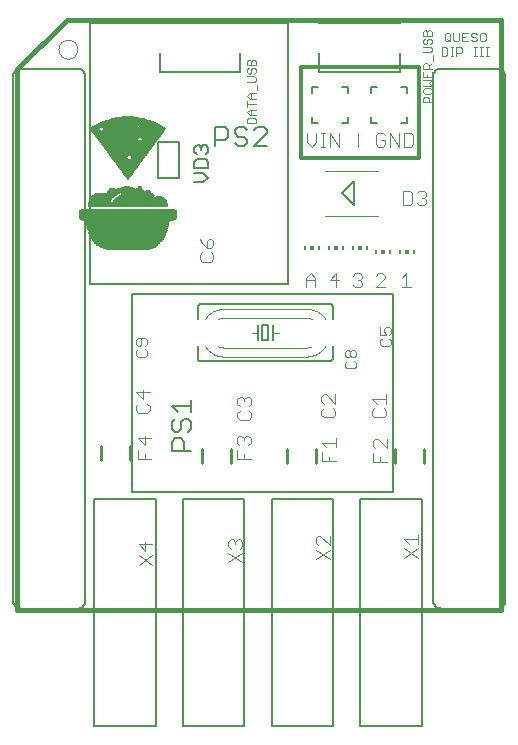
<source format=gto>
G75*
%MOIN*%
%OFA0B0*%
%FSLAX24Y24*%
%IPPOS*%
%LPD*%
%AMOC8*
5,1,8,0,0,1.08239X$1,22.5*
%
%ADD10C,0.0160*%
%ADD11C,0.0040*%
%ADD12C,0.0120*%
%ADD13C,0.0060*%
%ADD14C,0.0000*%
%ADD15C,0.0050*%
%ADD16C,0.0100*%
%ADD17C,0.0030*%
%ADD18R,0.0059X0.0118*%
%ADD19R,0.0118X0.0118*%
%ADD20C,0.0020*%
%ADD21C,0.0080*%
%ADD22R,0.1455X0.0013*%
%ADD23R,0.1573X0.0013*%
%ADD24R,0.1665X0.0013*%
%ADD25R,0.1731X0.0013*%
%ADD26R,0.1796X0.0013*%
%ADD27R,0.1849X0.0013*%
%ADD28R,0.1888X0.0013*%
%ADD29R,0.1927X0.0013*%
%ADD30R,0.1967X0.0013*%
%ADD31R,0.2006X0.0013*%
%ADD32R,0.2045X0.0013*%
%ADD33R,0.2071X0.0013*%
%ADD34R,0.2098X0.0013*%
%ADD35R,0.2137X0.0013*%
%ADD36R,0.2150X0.0013*%
%ADD37R,0.2176X0.0013*%
%ADD38R,0.2203X0.0013*%
%ADD39R,0.2229X0.0013*%
%ADD40R,0.2242X0.0013*%
%ADD41R,0.2268X0.0013*%
%ADD42R,0.2281X0.0013*%
%ADD43R,0.2307X0.0013*%
%ADD44R,0.2321X0.0013*%
%ADD45R,0.2334X0.0013*%
%ADD46R,0.2360X0.0013*%
%ADD47R,0.2373X0.0013*%
%ADD48R,0.2386X0.0013*%
%ADD49R,0.2399X0.0013*%
%ADD50R,0.2412X0.0013*%
%ADD51R,0.2439X0.0013*%
%ADD52R,0.2452X0.0013*%
%ADD53R,0.2465X0.0013*%
%ADD54R,0.2478X0.0013*%
%ADD55R,0.2491X0.0013*%
%ADD56R,0.2504X0.0013*%
%ADD57R,0.2517X0.0013*%
%ADD58R,0.2530X0.0013*%
%ADD59R,0.2543X0.0013*%
%ADD60R,0.2556X0.0013*%
%ADD61R,0.2570X0.0013*%
%ADD62R,0.2583X0.0013*%
%ADD63R,0.2596X0.0013*%
%ADD64R,0.2609X0.0013*%
%ADD65R,0.2622X0.0013*%
%ADD66R,0.2635X0.0013*%
%ADD67R,0.2648X0.0013*%
%ADD68R,0.2661X0.0013*%
%ADD69R,0.2674X0.0013*%
%ADD70R,0.2688X0.0013*%
%ADD71R,0.2701X0.0013*%
%ADD72R,0.2714X0.0013*%
%ADD73R,0.2727X0.0013*%
%ADD74R,0.2740X0.0013*%
%ADD75R,0.2753X0.0013*%
%ADD76R,0.2766X0.0013*%
%ADD77R,0.2779X0.0013*%
%ADD78R,0.2792X0.0013*%
%ADD79R,0.2806X0.0013*%
%ADD80R,0.3081X0.0013*%
%ADD81R,0.3146X0.0013*%
%ADD82R,0.3186X0.0013*%
%ADD83R,0.3225X0.0013*%
%ADD84R,0.3251X0.0013*%
%ADD85R,0.3264X0.0013*%
%ADD86R,0.3278X0.0013*%
%ADD87R,0.3238X0.0013*%
%ADD88R,0.3199X0.0013*%
%ADD89R,0.3160X0.0013*%
%ADD90R,0.3107X0.0013*%
%ADD91R,0.0774X0.0013*%
%ADD92R,0.0760X0.0013*%
%ADD93R,0.1822X0.0013*%
%ADD94R,0.0747X0.0013*%
%ADD95R,0.0734X0.0013*%
%ADD96R,0.1783X0.0013*%
%ADD97R,0.1770X0.0013*%
%ADD98R,0.1757X0.0013*%
%ADD99R,0.1704X0.0013*%
%ADD100R,0.1678X0.0013*%
%ADD101R,0.1639X0.0013*%
%ADD102R,0.1613X0.0013*%
%ADD103R,0.1586X0.0013*%
%ADD104R,0.1560X0.0013*%
%ADD105R,0.1508X0.0013*%
%ADD106R,0.1232X0.0013*%
%ADD107R,0.0184X0.0013*%
%ADD108R,0.1193X0.0013*%
%ADD109R,0.1180X0.0013*%
%ADD110R,0.1141X0.0013*%
%ADD111R,0.1101X0.0013*%
%ADD112R,0.1075X0.0013*%
%ADD113R,0.1036X0.0013*%
%ADD114R,0.1023X0.0013*%
%ADD115R,0.1009X0.0013*%
%ADD116R,0.0249X0.0013*%
%ADD117R,0.0446X0.0013*%
%ADD118R,0.1495X0.0013*%
%ADD119R,0.1481X0.0013*%
%ADD120R,0.1468X0.0013*%
%ADD121R,0.1442X0.0013*%
%ADD122R,0.1206X0.0013*%
%ADD123R,0.0197X0.0013*%
%ADD124R,0.0118X0.0013*%
%ADD125R,0.0052X0.0013*%
%ADD126R,0.1154X0.0013*%
%ADD127R,0.0210X0.0013*%
%ADD128R,0.0616X0.0013*%
%ADD129R,0.0144X0.0013*%
%ADD130R,0.0564X0.0013*%
%ADD131R,0.0026X0.0013*%
%ADD132R,0.0498X0.0013*%
%ADD133R,0.0170X0.0013*%
%ADD134R,0.0420X0.0013*%
%ADD135R,0.0341X0.0013*%
%ADD136R,0.0105X0.0013*%
%ADD137R,0.0066X0.0013*%
%ADD138R,0.0039X0.0013*%
%ADD139R,0.0013X0.0013*%
%ADD140R,0.0092X0.0013*%
%ADD141R,0.0223X0.0013*%
%ADD142R,0.0275X0.0013*%
%ADD143R,0.0302X0.0013*%
%ADD144R,0.0328X0.0013*%
%ADD145R,0.0354X0.0013*%
%ADD146R,0.0367X0.0013*%
%ADD147R,0.0380X0.0013*%
%ADD148R,0.0406X0.0013*%
%ADD149R,0.0433X0.0013*%
%ADD150R,0.0459X0.0013*%
%ADD151R,0.0485X0.0013*%
%ADD152R,0.0511X0.0013*%
%ADD153R,0.0538X0.0013*%
%ADD154R,0.0590X0.0013*%
%ADD155R,0.0642X0.0013*%
%ADD156R,0.0669X0.0013*%
%ADD157R,0.0695X0.0013*%
%ADD158R,0.0721X0.0013*%
%ADD159R,0.0800X0.0013*%
%ADD160R,0.0813X0.0013*%
%ADD161R,0.0826X0.0013*%
%ADD162R,0.0852X0.0013*%
%ADD163R,0.0878X0.0013*%
%ADD164R,0.0891X0.0013*%
%ADD165R,0.0905X0.0013*%
%ADD166R,0.0931X0.0013*%
%ADD167R,0.0957X0.0013*%
%ADD168R,0.0970X0.0013*%
%ADD169R,0.0983X0.0013*%
%ADD170R,0.0551X0.0013*%
%ADD171R,0.0524X0.0013*%
%ADD172R,0.0472X0.0013*%
%ADD173R,0.0629X0.0013*%
%ADD174R,0.1219X0.0013*%
%ADD175R,0.1245X0.0013*%
%ADD176R,0.1259X0.0013*%
%ADD177R,0.1272X0.0013*%
%ADD178R,0.1298X0.0013*%
%ADD179R,0.1324X0.0013*%
%ADD180R,0.1337X0.0013*%
%ADD181R,0.1350X0.0013*%
%ADD182R,0.1377X0.0013*%
%ADD183R,0.1403X0.0013*%
%ADD184R,0.1416X0.0013*%
%ADD185R,0.1429X0.0013*%
%ADD186R,0.1534X0.0013*%
%ADD187R,0.1547X0.0013*%
%ADD188R,0.1626X0.0013*%
%ADD189R,0.1652X0.0013*%
%ADD190R,0.1691X0.0013*%
%ADD191R,0.1744X0.0013*%
%ADD192R,0.1809X0.0013*%
%ADD193R,0.1862X0.0013*%
%ADD194R,0.1901X0.0013*%
%ADD195R,0.1940X0.0013*%
%ADD196R,0.1363X0.0013*%
%ADD197R,0.0577X0.0013*%
%ADD198R,0.0603X0.0013*%
%ADD199R,0.2111X0.0013*%
%ADD200R,0.2189X0.0013*%
%ADD201R,0.2216X0.0013*%
%ADD202R,0.2255X0.0013*%
%ADD203R,0.2294X0.0013*%
%ADD204R,0.1521X0.0013*%
%ADD205R,0.0839X0.0013*%
%ADD206R,0.2425X0.0013*%
%ADD207R,0.0315X0.0013*%
%ADD208R,0.2085X0.0013*%
%ADD209R,0.0787X0.0013*%
%ADD210R,0.2163X0.0013*%
%ADD211R,0.2124X0.0013*%
%ADD212R,0.2019X0.0013*%
%ADD213R,0.1953X0.0013*%
%ADD214R,0.1717X0.0013*%
%ADD215R,0.1599X0.0013*%
%ADD216R,0.1114X0.0013*%
D10*
X002254Y004003D02*
X018396Y004003D01*
X018396Y023688D01*
X003907Y023688D01*
X002254Y022034D01*
X002254Y004003D01*
X004419Y004003D02*
X016230Y004003D01*
D11*
X015620Y005755D02*
X015159Y006062D01*
X015313Y006216D02*
X015159Y006369D01*
X015620Y006369D01*
X015620Y006216D02*
X015620Y006523D01*
X015620Y006062D02*
X015159Y005755D01*
X014576Y008945D02*
X014116Y008945D01*
X014116Y009252D01*
X014192Y009406D02*
X014116Y009483D01*
X014116Y009636D01*
X014192Y009713D01*
X014269Y009713D01*
X014576Y009406D01*
X014576Y009713D01*
X014346Y009099D02*
X014346Y008945D01*
X014470Y010427D02*
X014163Y010427D01*
X014086Y010504D01*
X014086Y010657D01*
X014163Y010734D01*
X014240Y010887D02*
X014086Y011041D01*
X014547Y011041D01*
X014547Y011194D02*
X014547Y010887D01*
X014470Y010734D02*
X014547Y010657D01*
X014547Y010504D01*
X014470Y010427D01*
X012872Y009734D02*
X012872Y009428D01*
X012872Y009581D02*
X012412Y009581D01*
X012565Y009428D01*
X012412Y009274D02*
X012412Y008967D01*
X012872Y008967D01*
X012642Y008967D02*
X012642Y009121D01*
X012777Y010427D02*
X012470Y010427D01*
X012393Y010504D01*
X012393Y010657D01*
X012470Y010734D01*
X012470Y010887D02*
X012393Y010964D01*
X012393Y011118D01*
X012470Y011194D01*
X012547Y011194D01*
X012854Y010887D01*
X012854Y011194D01*
X012777Y010734D02*
X012854Y010657D01*
X012854Y010504D01*
X012777Y010427D01*
X010059Y010425D02*
X010059Y010578D01*
X009982Y010655D01*
X009982Y010809D02*
X010059Y010885D01*
X010059Y011039D01*
X009982Y011116D01*
X009905Y011116D01*
X009828Y011039D01*
X009828Y010962D01*
X009828Y011039D02*
X009752Y011116D01*
X009675Y011116D01*
X009598Y011039D01*
X009598Y010885D01*
X009675Y010809D01*
X009675Y010655D02*
X009598Y010578D01*
X009598Y010425D01*
X009675Y010348D01*
X009982Y010348D01*
X010059Y010425D01*
X009961Y009813D02*
X009884Y009813D01*
X009807Y009736D01*
X009807Y009660D01*
X009807Y009736D02*
X009730Y009813D01*
X009654Y009813D01*
X009577Y009736D01*
X009577Y009583D01*
X009654Y009506D01*
X009577Y009353D02*
X009577Y009046D01*
X010037Y009046D01*
X009807Y009046D02*
X009807Y009199D01*
X009961Y009506D02*
X010037Y009583D01*
X010037Y009736D01*
X009961Y009813D01*
X009677Y006365D02*
X009753Y006288D01*
X009753Y006135D01*
X009677Y006058D01*
X009753Y005905D02*
X009293Y005598D01*
X009293Y005905D02*
X009753Y005598D01*
X009370Y006058D02*
X009293Y006135D01*
X009293Y006288D01*
X009370Y006365D01*
X009447Y006365D01*
X009523Y006288D01*
X009600Y006365D01*
X009677Y006365D01*
X009523Y006288D02*
X009523Y006212D01*
X012206Y006253D02*
X012283Y006176D01*
X012206Y006253D02*
X012206Y006406D01*
X012283Y006483D01*
X012360Y006483D01*
X012667Y006176D01*
X012667Y006483D01*
X012667Y006023D02*
X012206Y005716D01*
X012206Y006023D02*
X012667Y005716D01*
X006761Y005826D02*
X006301Y005519D01*
X006301Y005826D02*
X006761Y005519D01*
X006531Y005979D02*
X006531Y006286D01*
X006301Y006210D02*
X006531Y005979D01*
X006761Y006210D02*
X006301Y006210D01*
X006270Y009046D02*
X006270Y009353D01*
X006500Y009506D02*
X006500Y009813D01*
X006270Y009736D02*
X006500Y009506D01*
X006730Y009736D02*
X006270Y009736D01*
X006500Y009199D02*
X006500Y009046D01*
X006730Y009046D02*
X006270Y009046D01*
X006289Y010584D02*
X006596Y010584D01*
X006673Y010661D01*
X006673Y010815D01*
X006596Y010891D01*
X006443Y011045D02*
X006443Y011352D01*
X006673Y011275D02*
X006212Y011275D01*
X006443Y011045D01*
X006289Y010891D02*
X006212Y010815D01*
X006212Y010661D01*
X006289Y010584D01*
X008415Y015624D02*
X008338Y015701D01*
X008338Y015854D01*
X008415Y015931D01*
X008569Y016084D02*
X008569Y016314D01*
X008645Y016391D01*
X008722Y016391D01*
X008799Y016314D01*
X008799Y016161D01*
X008722Y016084D01*
X008569Y016084D01*
X008415Y016238D01*
X008338Y016391D01*
X008722Y015931D02*
X008799Y015854D01*
X008799Y015701D01*
X008722Y015624D01*
X008415Y015624D01*
X011880Y015078D02*
X011880Y014771D01*
X011880Y015001D02*
X012187Y015001D01*
X012187Y015078D02*
X012034Y015231D01*
X011880Y015078D01*
X012187Y015078D02*
X012187Y014771D01*
X012668Y015001D02*
X012974Y015001D01*
X012898Y014771D02*
X012898Y015231D01*
X012668Y015001D01*
X013455Y014848D02*
X013532Y014771D01*
X013685Y014771D01*
X013762Y014848D01*
X013762Y014924D01*
X013685Y015001D01*
X013608Y015001D01*
X013685Y015001D02*
X013762Y015078D01*
X013762Y015155D01*
X013685Y015231D01*
X013532Y015231D01*
X013455Y015155D01*
X014203Y015155D02*
X014280Y015231D01*
X014433Y015231D01*
X014510Y015155D01*
X014510Y015078D01*
X014203Y014771D01*
X014510Y014771D01*
X015069Y014771D02*
X015376Y014771D01*
X015223Y014771D02*
X015223Y015231D01*
X015069Y015078D01*
X014286Y017151D02*
X012506Y017151D01*
X012506Y018651D02*
X014286Y018651D01*
X014298Y019456D02*
X014452Y019456D01*
X014528Y019533D01*
X014528Y019686D01*
X014375Y019686D01*
X014221Y019533D02*
X014298Y019456D01*
X014221Y019533D02*
X014221Y019840D01*
X014298Y019916D01*
X014452Y019916D01*
X014528Y019840D01*
X014682Y019916D02*
X014682Y019456D01*
X014989Y019456D02*
X014682Y019916D01*
X014989Y019916D02*
X014989Y019456D01*
X015142Y019456D02*
X015372Y019456D01*
X015449Y019533D01*
X015449Y019840D01*
X015372Y019916D01*
X015142Y019916D01*
X015142Y019456D01*
X015125Y017971D02*
X015355Y017971D01*
X015432Y017894D01*
X015432Y017587D01*
X015355Y017511D01*
X015125Y017511D01*
X015125Y017971D01*
X015585Y017894D02*
X015662Y017971D01*
X015815Y017971D01*
X015892Y017894D01*
X015892Y017818D01*
X015815Y017741D01*
X015892Y017664D01*
X015892Y017587D01*
X015815Y017511D01*
X015662Y017511D01*
X015585Y017587D01*
X015738Y017741D02*
X015815Y017741D01*
X013608Y019456D02*
X013608Y019916D01*
X012994Y019916D02*
X012994Y019456D01*
X012687Y019916D01*
X012687Y019456D01*
X012533Y019456D02*
X012380Y019456D01*
X012457Y019456D02*
X012457Y019916D01*
X012533Y019916D02*
X012380Y019916D01*
X012226Y019916D02*
X012226Y019609D01*
X012073Y019456D01*
X011919Y019609D01*
X011919Y019916D01*
X016406Y022479D02*
X016546Y022479D01*
X016593Y022526D01*
X016593Y022712D01*
X016546Y022759D01*
X016406Y022759D01*
X016406Y022479D01*
X016701Y022479D02*
X016794Y022479D01*
X016747Y022479D02*
X016747Y022759D01*
X016701Y022759D02*
X016794Y022759D01*
X016897Y022759D02*
X017037Y022759D01*
X017084Y022712D01*
X017084Y022619D01*
X017037Y022572D01*
X016897Y022572D01*
X016897Y022479D02*
X016897Y022759D01*
X016939Y022959D02*
X016986Y023006D01*
X016986Y023239D01*
X017094Y023239D02*
X017094Y022959D01*
X017280Y022959D01*
X017388Y023006D02*
X017435Y022959D01*
X017528Y022959D01*
X017575Y023006D01*
X017575Y023052D01*
X017528Y023099D01*
X017435Y023099D01*
X017388Y023146D01*
X017388Y023192D01*
X017435Y023239D01*
X017528Y023239D01*
X017575Y023192D01*
X017683Y023192D02*
X017683Y023006D01*
X017730Y022959D01*
X017823Y022959D01*
X017870Y023006D01*
X017870Y023192D01*
X017823Y023239D01*
X017730Y023239D01*
X017683Y023192D01*
X017280Y023239D02*
X017094Y023239D01*
X017094Y023099D02*
X017187Y023099D01*
X016939Y022959D02*
X016846Y022959D01*
X016799Y023006D01*
X016799Y023239D01*
X016691Y023192D02*
X016691Y023006D01*
X016644Y022959D01*
X016551Y022959D01*
X016504Y023006D01*
X016504Y023192D01*
X016551Y023239D01*
X016644Y023239D01*
X016691Y023192D01*
X016598Y023052D02*
X016691Y022959D01*
X017486Y022759D02*
X017580Y022759D01*
X017533Y022759D02*
X017533Y022479D01*
X017486Y022479D02*
X017580Y022479D01*
X017683Y022479D02*
X017776Y022479D01*
X017730Y022479D02*
X017730Y022759D01*
X017776Y022759D02*
X017683Y022759D01*
X017879Y022759D02*
X017973Y022759D01*
X017926Y022759D02*
X017926Y022479D01*
X017879Y022479D02*
X017973Y022479D01*
D12*
X015640Y022113D02*
X015640Y019082D01*
X011703Y019082D01*
X011703Y022113D01*
X015640Y022113D01*
D13*
X016125Y021808D02*
X016125Y004308D01*
X016127Y004278D01*
X016132Y004248D01*
X016141Y004219D01*
X016154Y004192D01*
X016169Y004166D01*
X016188Y004142D01*
X016209Y004121D01*
X016233Y004102D01*
X016259Y004087D01*
X016286Y004074D01*
X016315Y004065D01*
X016345Y004060D01*
X016375Y004058D01*
X018275Y004058D01*
X018305Y004060D01*
X018335Y004065D01*
X018364Y004074D01*
X018391Y004087D01*
X018417Y004102D01*
X018441Y004121D01*
X018462Y004142D01*
X018481Y004166D01*
X018496Y004192D01*
X018509Y004219D01*
X018518Y004248D01*
X018523Y004278D01*
X018525Y004308D01*
X018525Y021808D01*
X018523Y021838D01*
X018518Y021868D01*
X018509Y021897D01*
X018496Y021924D01*
X018481Y021950D01*
X018462Y021974D01*
X018441Y021995D01*
X018417Y022014D01*
X018391Y022029D01*
X018364Y022042D01*
X018335Y022051D01*
X018305Y022056D01*
X018275Y022058D01*
X016375Y022058D01*
X016345Y022056D01*
X016315Y022051D01*
X016286Y022042D01*
X016259Y022029D01*
X016233Y022014D01*
X016209Y021995D01*
X016188Y021974D01*
X016169Y021950D01*
X016154Y021924D01*
X016141Y021897D01*
X016132Y021868D01*
X016127Y021838D01*
X016125Y021808D01*
X015255Y021453D02*
X015255Y021253D01*
X015255Y021453D02*
X015055Y021453D01*
X014255Y021453D02*
X014055Y021453D01*
X014055Y021253D01*
X014055Y020453D02*
X014055Y020253D01*
X014255Y020253D01*
X015055Y020253D02*
X015255Y020253D01*
X015255Y020453D01*
X013287Y020453D02*
X013287Y020253D01*
X013087Y020253D01*
X013287Y021253D02*
X013287Y021453D01*
X013087Y021453D01*
X012287Y021453D02*
X012087Y021453D01*
X012087Y021253D01*
X012087Y020453D02*
X012087Y020253D01*
X012287Y020253D01*
X010575Y020000D02*
X010575Y019893D01*
X010148Y019466D01*
X010575Y019466D01*
X010575Y020000D02*
X010468Y020107D01*
X010254Y020107D01*
X010148Y020000D01*
X009930Y020000D02*
X009823Y020107D01*
X009610Y020107D01*
X009503Y020000D01*
X009503Y019893D01*
X009610Y019786D01*
X009823Y019786D01*
X009930Y019680D01*
X009930Y019573D01*
X009823Y019466D01*
X009610Y019466D01*
X009503Y019573D01*
X009286Y019786D02*
X009179Y019680D01*
X008859Y019680D01*
X008859Y019466D02*
X008859Y020107D01*
X009179Y020107D01*
X009286Y020000D01*
X009286Y019786D01*
X007649Y019594D02*
X007649Y018412D01*
X006961Y018412D01*
X006961Y019594D01*
X007649Y019594D01*
X006757Y019628D02*
X006759Y019641D01*
X006764Y019653D01*
X006773Y019663D01*
X006784Y019670D01*
X006796Y019674D01*
X006810Y019674D01*
X006822Y019670D01*
X006833Y019663D01*
X006842Y019653D01*
X006847Y019641D01*
X006849Y019628D01*
X006847Y019615D01*
X006842Y019603D01*
X006833Y019593D01*
X006822Y019586D01*
X006810Y019582D01*
X006796Y019582D01*
X006784Y019586D01*
X006773Y019593D01*
X006764Y019603D01*
X006759Y019615D01*
X006757Y019628D01*
X004525Y021808D02*
X004525Y004308D01*
X004523Y004278D01*
X004518Y004248D01*
X004509Y004219D01*
X004496Y004192D01*
X004481Y004166D01*
X004462Y004142D01*
X004441Y004121D01*
X004417Y004102D01*
X004391Y004087D01*
X004364Y004074D01*
X004335Y004065D01*
X004305Y004060D01*
X004275Y004058D01*
X002375Y004058D01*
X002345Y004060D01*
X002315Y004065D01*
X002286Y004074D01*
X002259Y004087D01*
X002233Y004102D01*
X002209Y004121D01*
X002188Y004142D01*
X002169Y004166D01*
X002154Y004192D01*
X002141Y004219D01*
X002132Y004248D01*
X002127Y004278D01*
X002125Y004308D01*
X002125Y021808D01*
X002127Y021838D01*
X002132Y021868D01*
X002141Y021897D01*
X002154Y021924D01*
X002169Y021950D01*
X002188Y021974D01*
X002209Y021995D01*
X002233Y022014D01*
X002259Y022029D01*
X002286Y022042D01*
X002315Y022051D01*
X002345Y022056D01*
X002375Y022058D01*
X004275Y022058D01*
X004305Y022056D01*
X004335Y022051D01*
X004364Y022042D01*
X004391Y022029D01*
X004417Y022014D01*
X004441Y021995D01*
X004462Y021974D01*
X004481Y021950D01*
X004496Y021924D01*
X004509Y021897D01*
X004518Y021868D01*
X004523Y021838D01*
X004525Y021808D01*
X008372Y014205D02*
X012672Y014205D01*
X012689Y014203D01*
X012706Y014199D01*
X012722Y014192D01*
X012736Y014182D01*
X012749Y014169D01*
X012759Y014155D01*
X012766Y014139D01*
X012770Y014122D01*
X012772Y014105D01*
X012772Y013705D01*
X012772Y012805D02*
X012772Y012405D01*
X012770Y012388D01*
X012766Y012371D01*
X012759Y012355D01*
X012749Y012341D01*
X012736Y012328D01*
X012722Y012318D01*
X012706Y012311D01*
X012689Y012307D01*
X012672Y012305D01*
X008372Y012305D01*
X008355Y012307D01*
X008338Y012311D01*
X008322Y012318D01*
X008308Y012328D01*
X008295Y012341D01*
X008285Y012355D01*
X008278Y012371D01*
X008274Y012388D01*
X008272Y012405D01*
X008272Y012805D01*
X008272Y013705D02*
X008272Y014105D01*
X008274Y014122D01*
X008278Y014139D01*
X008285Y014155D01*
X008295Y014169D01*
X008308Y014182D01*
X008322Y014192D01*
X008338Y014199D01*
X008355Y014203D01*
X008372Y014205D01*
X010272Y013505D02*
X010272Y013255D01*
X010272Y013005D01*
X010422Y013005D02*
X010622Y013005D01*
X010622Y013505D01*
X010422Y013505D01*
X010422Y013005D01*
X010772Y013005D02*
X010772Y013255D01*
X010772Y013505D01*
X008042Y011020D02*
X008042Y010593D01*
X008042Y010807D02*
X007401Y010807D01*
X007615Y010593D01*
X007508Y010376D02*
X007401Y010269D01*
X007401Y010055D01*
X007508Y009949D01*
X007615Y009949D01*
X007722Y010055D01*
X007722Y010269D01*
X007828Y010376D01*
X007935Y010376D01*
X008042Y010269D01*
X008042Y010055D01*
X007935Y009949D01*
X007722Y009731D02*
X007828Y009624D01*
X007828Y009304D01*
X008042Y009304D02*
X007401Y009304D01*
X007401Y009624D01*
X007508Y009731D01*
X007722Y009731D01*
D14*
X003632Y022704D02*
X003634Y022739D01*
X003640Y022774D01*
X003650Y022808D01*
X003663Y022841D01*
X003680Y022872D01*
X003701Y022900D01*
X003724Y022927D01*
X003751Y022950D01*
X003779Y022971D01*
X003810Y022988D01*
X003843Y023001D01*
X003877Y023011D01*
X003912Y023017D01*
X003947Y023019D01*
X003982Y023017D01*
X004017Y023011D01*
X004051Y023001D01*
X004084Y022988D01*
X004115Y022971D01*
X004143Y022950D01*
X004170Y022927D01*
X004193Y022900D01*
X004214Y022872D01*
X004231Y022841D01*
X004244Y022808D01*
X004254Y022774D01*
X004260Y022739D01*
X004262Y022704D01*
X004260Y022669D01*
X004254Y022634D01*
X004244Y022600D01*
X004231Y022567D01*
X004214Y022536D01*
X004193Y022508D01*
X004170Y022481D01*
X004143Y022458D01*
X004115Y022437D01*
X004084Y022420D01*
X004051Y022407D01*
X004017Y022397D01*
X003982Y022391D01*
X003947Y022389D01*
X003912Y022391D01*
X003877Y022397D01*
X003843Y022407D01*
X003810Y022420D01*
X003779Y022437D01*
X003751Y022458D01*
X003724Y022481D01*
X003701Y022508D01*
X003680Y022536D01*
X003663Y022567D01*
X003650Y022600D01*
X003640Y022634D01*
X003634Y022669D01*
X003632Y022704D01*
D15*
X004670Y023569D02*
X011270Y023569D01*
X011270Y014869D01*
X004670Y014869D01*
X004670Y023569D01*
X008240Y019493D02*
X008165Y019418D01*
X008165Y019268D01*
X008240Y019193D01*
X008240Y019032D02*
X008165Y018957D01*
X008165Y018732D01*
X008616Y018732D01*
X008616Y018957D01*
X008541Y019032D01*
X008240Y019032D01*
X008541Y019193D02*
X008616Y019268D01*
X008616Y019418D01*
X008541Y019493D01*
X008465Y019493D01*
X008390Y019418D01*
X008390Y019343D01*
X008390Y019418D02*
X008315Y019493D01*
X008240Y019493D01*
X008165Y018572D02*
X008465Y018572D01*
X008616Y018422D01*
X008465Y018272D01*
X008165Y018272D01*
X006073Y014540D02*
X014773Y014540D01*
X014773Y007940D01*
X006073Y007940D01*
X006073Y014540D01*
X006880Y007723D02*
X004833Y007723D01*
X004833Y000125D01*
X006880Y000125D01*
X006880Y007723D01*
X007785Y007723D02*
X007785Y000125D01*
X009833Y000125D01*
X009833Y007723D01*
X007785Y007723D01*
X010738Y007723D02*
X010738Y000125D01*
X012785Y000125D01*
X012785Y007723D01*
X010738Y007723D01*
X013691Y007723D02*
X013691Y000125D01*
X015738Y000125D01*
X015738Y007723D01*
X013691Y007723D01*
D16*
X014845Y008901D02*
X014845Y009361D01*
X015805Y009361D02*
X015805Y008901D01*
X012222Y008901D02*
X012222Y009361D01*
X011262Y009361D02*
X011262Y008901D01*
X009387Y008901D02*
X009387Y009361D01*
X008427Y009361D02*
X008427Y008901D01*
X006002Y009019D02*
X006002Y009479D01*
X005042Y009479D02*
X005042Y009019D01*
D17*
X006273Y012455D02*
X006520Y012455D01*
X006581Y012517D01*
X006581Y012640D01*
X006520Y012702D01*
X006520Y012823D02*
X006581Y012885D01*
X006581Y013008D01*
X006520Y013070D01*
X006273Y013070D01*
X006211Y013008D01*
X006211Y012885D01*
X006273Y012823D01*
X006334Y012823D01*
X006396Y012885D01*
X006396Y013070D01*
X006273Y012702D02*
X006211Y012640D01*
X006211Y012517D01*
X006273Y012455D01*
X013180Y012491D02*
X013180Y012615D01*
X013241Y012676D01*
X013303Y012676D01*
X013365Y012615D01*
X013365Y012491D01*
X013303Y012430D01*
X013241Y012430D01*
X013180Y012491D01*
X013365Y012491D02*
X013426Y012430D01*
X013488Y012430D01*
X013550Y012491D01*
X013550Y012615D01*
X013488Y012676D01*
X013426Y012676D01*
X013365Y012615D01*
X013488Y012308D02*
X013550Y012246D01*
X013550Y012123D01*
X013488Y012061D01*
X013241Y012061D01*
X013180Y012123D01*
X013180Y012246D01*
X013241Y012308D01*
X014357Y012873D02*
X014419Y012811D01*
X014666Y012811D01*
X014727Y012873D01*
X014727Y012996D01*
X014666Y013058D01*
X014666Y013179D02*
X014727Y013241D01*
X014727Y013364D01*
X014666Y013426D01*
X014542Y013426D01*
X014481Y013364D01*
X014481Y013303D01*
X014542Y013179D01*
X014357Y013179D01*
X014357Y013426D01*
X014419Y013058D02*
X014357Y012996D01*
X014357Y012873D01*
D18*
X014222Y015952D03*
X013907Y016070D03*
X013435Y016070D03*
X013120Y016070D03*
X012648Y016070D03*
X012333Y016070D03*
X011860Y016070D03*
X014695Y015952D03*
X015010Y015952D03*
X015482Y015952D03*
D19*
X015246Y015952D03*
X014459Y015952D03*
X013671Y016070D03*
X012884Y016070D03*
X012096Y016070D03*
D20*
X011872Y014055D02*
X009172Y014055D01*
X009172Y013755D02*
X011872Y013755D01*
X011910Y013754D01*
X011947Y013749D01*
X011984Y013742D01*
X012020Y013733D01*
X012056Y013720D01*
X012090Y013705D01*
X011872Y014055D02*
X011928Y014053D01*
X011983Y014047D01*
X012038Y014038D01*
X012092Y014024D01*
X012145Y014007D01*
X012196Y013986D01*
X012246Y013962D01*
X012294Y013934D01*
X012341Y013903D01*
X012384Y013869D01*
X012426Y013832D01*
X012465Y013792D01*
X012501Y013750D01*
X012533Y013705D01*
X012090Y012805D02*
X012056Y012790D01*
X012020Y012777D01*
X011984Y012768D01*
X011947Y012761D01*
X011910Y012756D01*
X011872Y012755D01*
X009172Y012755D01*
X009172Y012455D02*
X011872Y012455D01*
X011871Y012455D02*
X011927Y012457D01*
X011982Y012463D01*
X012037Y012472D01*
X012091Y012486D01*
X012144Y012503D01*
X012195Y012524D01*
X012245Y012548D01*
X012293Y012576D01*
X012340Y012607D01*
X012384Y012641D01*
X012425Y012678D01*
X012464Y012718D01*
X012500Y012760D01*
X012532Y012805D01*
X010972Y013255D02*
X010772Y013255D01*
X010272Y013255D02*
X010072Y013255D01*
X009172Y014055D02*
X009116Y014053D01*
X009061Y014047D01*
X009006Y014038D01*
X008952Y014024D01*
X008899Y014007D01*
X008848Y013986D01*
X008798Y013962D01*
X008750Y013934D01*
X008703Y013903D01*
X008659Y013869D01*
X008618Y013832D01*
X008579Y013792D01*
X008543Y013750D01*
X008511Y013705D01*
X008511Y012805D02*
X008543Y012760D01*
X008579Y012718D01*
X008618Y012678D01*
X008660Y012641D01*
X008703Y012607D01*
X008750Y012576D01*
X008798Y012548D01*
X008848Y012524D01*
X008899Y012503D01*
X008952Y012486D01*
X009006Y012472D01*
X009061Y012463D01*
X009116Y012457D01*
X009172Y012455D01*
X009172Y012755D02*
X009134Y012756D01*
X009097Y012761D01*
X009060Y012768D01*
X009024Y012777D01*
X008988Y012790D01*
X008954Y012805D01*
X008954Y013705D02*
X008988Y013720D01*
X009024Y013733D01*
X009060Y013742D01*
X009097Y013749D01*
X009134Y013754D01*
X009172Y013755D01*
X009921Y020228D02*
X009921Y020368D01*
X009968Y020415D01*
X010155Y020415D01*
X010201Y020368D01*
X010201Y020228D01*
X009921Y020228D01*
X010014Y020504D02*
X009921Y020598D01*
X010014Y020691D01*
X010201Y020691D01*
X010061Y020691D02*
X010061Y020504D01*
X010014Y020504D02*
X010201Y020504D01*
X010201Y020874D02*
X009921Y020874D01*
X009921Y020781D02*
X009921Y020968D01*
X010014Y021057D02*
X009921Y021150D01*
X010014Y021244D01*
X010201Y021244D01*
X010248Y021333D02*
X010248Y021520D01*
X010155Y021609D02*
X010201Y021656D01*
X010201Y021750D01*
X010155Y021796D01*
X009921Y021796D01*
X009968Y021886D02*
X010014Y021886D01*
X010061Y021932D01*
X010061Y022026D01*
X010108Y022072D01*
X010155Y022072D01*
X010201Y022026D01*
X010201Y021932D01*
X010155Y021886D01*
X009968Y021886D02*
X009921Y021932D01*
X009921Y022026D01*
X009968Y022072D01*
X009921Y022162D02*
X009921Y022302D01*
X009968Y022349D01*
X010014Y022349D01*
X010061Y022302D01*
X010061Y022162D01*
X010201Y022162D02*
X009921Y022162D01*
X010061Y022302D02*
X010108Y022349D01*
X010155Y022349D01*
X010201Y022302D01*
X010201Y022162D01*
X010155Y021609D02*
X009921Y021609D01*
X010061Y021244D02*
X010061Y021057D01*
X010014Y021057D02*
X010201Y021057D01*
X015787Y021076D02*
X015834Y021123D01*
X015927Y021123D01*
X015974Y021076D01*
X015974Y020936D01*
X016067Y020936D02*
X015787Y020936D01*
X015787Y021076D01*
X015834Y021213D02*
X016021Y021213D01*
X016067Y021259D01*
X016067Y021353D01*
X016021Y021399D01*
X015834Y021399D01*
X015787Y021353D01*
X015787Y021259D01*
X015834Y021213D01*
X015787Y021489D02*
X016067Y021489D01*
X015974Y021582D01*
X016067Y021676D01*
X015787Y021676D01*
X015787Y021765D02*
X016067Y021765D01*
X016067Y021952D01*
X016067Y022041D02*
X015787Y022041D01*
X015787Y022181D01*
X015834Y022228D01*
X015927Y022228D01*
X015974Y022181D01*
X015974Y022041D01*
X015974Y022135D02*
X016067Y022228D01*
X016114Y022317D02*
X016114Y022504D01*
X016021Y022594D02*
X016067Y022640D01*
X016067Y022734D01*
X016021Y022781D01*
X015787Y022781D01*
X015834Y022870D02*
X015881Y022870D01*
X015927Y022917D01*
X015927Y023010D01*
X015974Y023057D01*
X016021Y023057D01*
X016067Y023010D01*
X016067Y022917D01*
X016021Y022870D01*
X015834Y022870D02*
X015787Y022917D01*
X015787Y023010D01*
X015834Y023057D01*
X015787Y023146D02*
X015787Y023286D01*
X015834Y023333D01*
X015881Y023333D01*
X015927Y023286D01*
X015927Y023146D01*
X016067Y023146D02*
X015787Y023146D01*
X015927Y023286D02*
X015974Y023333D01*
X016021Y023333D01*
X016067Y023286D01*
X016067Y023146D01*
X016021Y022594D02*
X015787Y022594D01*
X015787Y021952D02*
X015787Y021765D01*
X015927Y021765D02*
X015927Y021858D01*
D21*
X015010Y021936D02*
X012333Y021936D01*
X012333Y022566D01*
X012333Y023590D02*
X015010Y023590D01*
X015010Y022566D02*
X015010Y021936D01*
X013472Y018294D02*
X013472Y017507D01*
X013069Y017901D01*
X013472Y018294D01*
X009695Y021936D02*
X007018Y021936D01*
X007018Y022566D01*
X007018Y023590D02*
X009695Y023590D01*
X009695Y022566D02*
X009695Y021936D01*
D22*
X005940Y020311D03*
X005940Y019301D03*
X005940Y016024D03*
D23*
X005933Y016037D03*
X005946Y019380D03*
D24*
X005940Y019446D03*
X005940Y020272D03*
X005940Y016050D03*
D25*
X005933Y016063D03*
X006340Y017663D03*
X005946Y019485D03*
D26*
X005940Y020245D03*
X006346Y017610D03*
X005940Y016076D03*
D27*
X005940Y016089D03*
X006333Y017571D03*
X005940Y019564D03*
X005940Y020232D03*
D28*
X005946Y019590D03*
X005933Y016103D03*
D29*
X005940Y016116D03*
X005940Y019616D03*
D30*
X005933Y016129D03*
D31*
X005940Y016142D03*
D32*
X005933Y016155D03*
D33*
X005933Y016168D03*
X006130Y019970D03*
X006143Y019983D03*
X006156Y019996D03*
X006156Y020009D03*
X005946Y020180D03*
D34*
X006143Y020062D03*
X006156Y020049D03*
X006169Y020036D03*
X005946Y019734D03*
X005933Y016181D03*
D35*
X005940Y016194D03*
X005940Y019760D03*
D36*
X005946Y019773D03*
X005933Y016207D03*
D37*
X005933Y016221D03*
X005946Y019787D03*
D38*
X005933Y016234D03*
D39*
X005933Y016247D03*
X005946Y019826D03*
D40*
X005940Y016260D03*
D41*
X005940Y016273D03*
X005940Y019852D03*
X005940Y020127D03*
D42*
X005933Y016286D03*
D43*
X005933Y016299D03*
X005946Y019878D03*
D44*
X005940Y016312D03*
D45*
X005933Y016325D03*
X005946Y019891D03*
D46*
X005933Y016339D03*
D47*
X005940Y016352D03*
D48*
X005933Y016365D03*
D49*
X005940Y016378D03*
D50*
X005933Y016391D03*
D51*
X005933Y016404D03*
D52*
X005940Y016417D03*
D53*
X005933Y016430D03*
D54*
X005940Y016443D03*
D55*
X005933Y016457D03*
D56*
X005940Y016470D03*
D57*
X005933Y016483D03*
X005933Y016496D03*
D58*
X005940Y016509D03*
D59*
X005933Y016522D03*
D60*
X005940Y016535D03*
D61*
X005933Y016548D03*
X005933Y016561D03*
D62*
X005940Y016575D03*
D63*
X005933Y016588D03*
D64*
X005940Y016601D03*
X005940Y016614D03*
D65*
X005933Y016627D03*
D66*
X005940Y016640D03*
X005940Y016653D03*
D67*
X005933Y016666D03*
X005933Y016679D03*
X005946Y017558D03*
D68*
X005940Y017545D03*
X005940Y017532D03*
X005940Y016693D03*
D69*
X005933Y016706D03*
X005933Y016719D03*
X005946Y017505D03*
X005946Y017519D03*
D70*
X005940Y017492D03*
X005940Y017479D03*
X005940Y017466D03*
X005940Y017453D03*
X005940Y016732D03*
D71*
X005933Y016745D03*
X005933Y016758D03*
D72*
X005940Y016771D03*
X005940Y016784D03*
D73*
X005933Y016797D03*
X005933Y016811D03*
D74*
X005940Y016824D03*
X005940Y016837D03*
D75*
X005933Y016850D03*
X005933Y016863D03*
X005933Y016876D03*
D76*
X005940Y016889D03*
X005940Y016902D03*
D77*
X005933Y016915D03*
X005933Y016929D03*
D78*
X005940Y016942D03*
X005940Y016955D03*
D79*
X005933Y016968D03*
D80*
X005940Y016981D03*
D81*
X005946Y016994D03*
D82*
X005940Y017007D03*
D83*
X005946Y017020D03*
X005946Y017033D03*
X005946Y017309D03*
D84*
X005946Y017283D03*
X005946Y017047D03*
D85*
X005940Y017060D03*
X005940Y017269D03*
D86*
X005946Y017256D03*
X005946Y017243D03*
X005946Y017230D03*
X005946Y017217D03*
X005946Y017204D03*
X005946Y017191D03*
X005946Y017178D03*
X005946Y017165D03*
X005946Y017151D03*
X005946Y017138D03*
X005946Y017125D03*
X005946Y017112D03*
X005946Y017099D03*
X005946Y017086D03*
X005946Y017073D03*
D87*
X005940Y017296D03*
D88*
X005946Y017322D03*
D89*
X005940Y017335D03*
D90*
X005940Y017348D03*
D91*
X005245Y017859D03*
X005219Y017846D03*
X005206Y017833D03*
X005179Y017820D03*
X005166Y017807D03*
X005153Y017794D03*
X005127Y017781D03*
X005009Y017571D03*
X005940Y018843D03*
D92*
X005278Y017872D03*
X005107Y017768D03*
X005002Y017584D03*
D93*
X006346Y017584D03*
X006346Y017597D03*
X005940Y019551D03*
D94*
X005940Y018830D03*
X005101Y017754D03*
X005088Y017741D03*
X005075Y017728D03*
X005061Y017715D03*
X005061Y017702D03*
X005048Y017689D03*
X005035Y017663D03*
X005022Y017650D03*
X005022Y017636D03*
X005009Y017610D03*
X005009Y017597D03*
D95*
X005016Y017623D03*
X005042Y017676D03*
X005946Y018816D03*
D96*
X005946Y019524D03*
X006340Y017623D03*
D97*
X006346Y017636D03*
X005940Y019511D03*
D98*
X006340Y017650D03*
D99*
X006340Y017676D03*
X005946Y019472D03*
D100*
X006353Y017689D03*
D101*
X006359Y017702D03*
D102*
X006346Y017715D03*
X005940Y019406D03*
D103*
X005940Y019393D03*
X006346Y017728D03*
D104*
X006346Y017741D03*
X005507Y020075D03*
D105*
X005520Y020101D03*
X005940Y019341D03*
X006359Y019905D03*
X006372Y019918D03*
X006346Y017754D03*
D106*
X006222Y017768D03*
D107*
X006969Y017768D03*
D108*
X006228Y017781D03*
D109*
X006235Y017794D03*
X005868Y017964D03*
X005868Y017977D03*
X005868Y017990D03*
D110*
X005874Y018017D03*
X006241Y017807D03*
D111*
X006248Y017820D03*
D112*
X006261Y017833D03*
D113*
X006268Y017846D03*
X006241Y017886D03*
X005940Y020377D03*
D114*
X006261Y017859D03*
D115*
X006254Y017872D03*
X005940Y019000D03*
D116*
X005940Y018489D03*
X005075Y017886D03*
D117*
X005461Y017886D03*
X006287Y019079D03*
X006287Y019092D03*
D118*
X005946Y019328D03*
X005540Y020114D03*
X005999Y017899D03*
D119*
X005992Y017912D03*
X005940Y019315D03*
D120*
X005986Y017925D03*
D121*
X005986Y017938D03*
D122*
X005868Y017951D03*
D123*
X006333Y018043D03*
X006595Y017951D03*
X005940Y018449D03*
D124*
X005940Y018397D03*
X006346Y018082D03*
X006608Y017964D03*
D125*
X006615Y017977D03*
D126*
X005868Y018004D03*
D127*
X005920Y018095D03*
X006327Y018030D03*
X005409Y018030D03*
D128*
X005887Y018030D03*
X005940Y018738D03*
D129*
X005940Y018423D03*
X005940Y018410D03*
X006346Y018069D03*
X005389Y018043D03*
D130*
X005887Y018043D03*
X005940Y018698D03*
X005651Y019092D03*
X006687Y019695D03*
D131*
X005370Y018056D03*
D132*
X005894Y018056D03*
D133*
X005940Y018436D03*
X006333Y018056D03*
D134*
X005907Y018069D03*
X006261Y019026D03*
X006261Y019039D03*
X006274Y019052D03*
D135*
X005907Y018082D03*
X004845Y020036D03*
X004871Y020062D03*
D136*
X006353Y018095D03*
D137*
X006359Y018108D03*
X005940Y018358D03*
X005940Y018371D03*
D138*
X005940Y018344D03*
X006359Y018122D03*
D139*
X005940Y018331D03*
D140*
X005940Y018384D03*
D141*
X005940Y018462D03*
X005940Y018476D03*
D142*
X005940Y018502D03*
D143*
X005940Y018515D03*
X005940Y018528D03*
D144*
X005940Y018541D03*
X004852Y020009D03*
X004852Y020023D03*
D145*
X004852Y020049D03*
X005940Y018554D03*
D146*
X005946Y018567D03*
D147*
X005940Y018580D03*
D148*
X005940Y018594D03*
D149*
X005940Y018607D03*
X005940Y018620D03*
X006241Y019013D03*
X006281Y019066D03*
X005940Y020429D03*
D150*
X005940Y018633D03*
D151*
X005940Y018646D03*
X006294Y019118D03*
D152*
X005940Y018672D03*
X005940Y018659D03*
D153*
X005940Y018685D03*
X005678Y019039D03*
X005665Y019052D03*
X006661Y019655D03*
X006674Y019669D03*
D154*
X005940Y018725D03*
X005940Y018712D03*
X005651Y019105D03*
X005651Y019118D03*
D155*
X005940Y018751D03*
X005940Y020416D03*
D156*
X005940Y018777D03*
X005940Y018764D03*
D157*
X005940Y018790D03*
D158*
X005940Y018803D03*
D159*
X005940Y018856D03*
X005166Y019918D03*
X006726Y020101D03*
D160*
X006733Y020088D03*
X005946Y018869D03*
X005173Y019905D03*
X005160Y019931D03*
D161*
X005940Y018882D03*
D162*
X005940Y018895D03*
X006740Y020075D03*
D163*
X005940Y018908D03*
D164*
X005946Y018921D03*
D165*
X005940Y018934D03*
X005940Y020390D03*
D166*
X005940Y018948D03*
D167*
X005940Y018961D03*
D168*
X005946Y018974D03*
D169*
X005940Y018987D03*
D170*
X005697Y019013D03*
X005658Y019066D03*
X005658Y019079D03*
X006654Y019642D03*
X006681Y019682D03*
D171*
X006287Y019131D03*
X005684Y019026D03*
D172*
X006287Y019105D03*
D173*
X005658Y019131D03*
D174*
X005940Y019144D03*
X005940Y020350D03*
D175*
X005940Y019157D03*
D176*
X005946Y019170D03*
D177*
X005940Y019184D03*
D178*
X005940Y019197D03*
X005940Y020337D03*
D179*
X005940Y019210D03*
D180*
X005946Y019223D03*
D181*
X005940Y019236D03*
X005625Y019669D03*
D182*
X005612Y019695D03*
X005940Y019249D03*
X005940Y020324D03*
D183*
X005612Y019708D03*
X005940Y019262D03*
D184*
X005946Y019275D03*
X005619Y019721D03*
D185*
X005940Y019288D03*
D186*
X005940Y019354D03*
X005507Y020088D03*
X005940Y020298D03*
D187*
X006379Y019944D03*
X005946Y019367D03*
D188*
X005946Y019419D03*
D189*
X005946Y019433D03*
D190*
X005940Y019459D03*
D191*
X005940Y019498D03*
D192*
X005946Y019537D03*
D193*
X005946Y019577D03*
D194*
X005940Y019603D03*
X005940Y020219D03*
D195*
X005946Y019629D03*
D196*
X005645Y019642D03*
X005632Y019655D03*
X005619Y019682D03*
D197*
X006681Y019708D03*
D198*
X006681Y019721D03*
D199*
X005940Y019747D03*
D200*
X005940Y019800D03*
D201*
X005940Y019813D03*
X005940Y020141D03*
D202*
X005946Y019839D03*
D203*
X005940Y019865D03*
D204*
X006379Y019931D03*
D205*
X005160Y019944D03*
D206*
X005940Y019957D03*
D207*
X004884Y019970D03*
X004871Y019983D03*
X004858Y019996D03*
D208*
X006163Y020023D03*
D209*
X005933Y020403D03*
X006707Y020114D03*
D210*
X005940Y020154D03*
D211*
X005946Y020167D03*
D212*
X005946Y020193D03*
D213*
X005940Y020206D03*
D214*
X005940Y020259D03*
D215*
X005946Y020285D03*
D216*
X005940Y020363D03*
M02*

</source>
